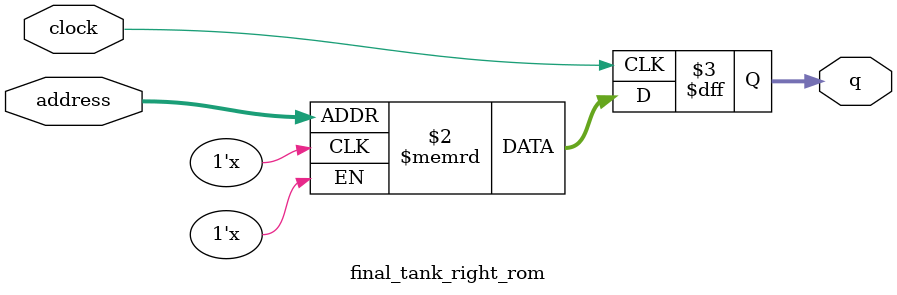
<source format=sv>
module final_tank_right_rom (
	input logic clock,
	input logic [9:0] address,
	output logic [3:0] q
);

logic [3:0] memory [0:1023] /* synthesis ram_init_file = "./final_tank_right/final_tank_right.mif" */;

always_ff @ (posedge clock) begin
	q <= memory[address];
end

endmodule

</source>
